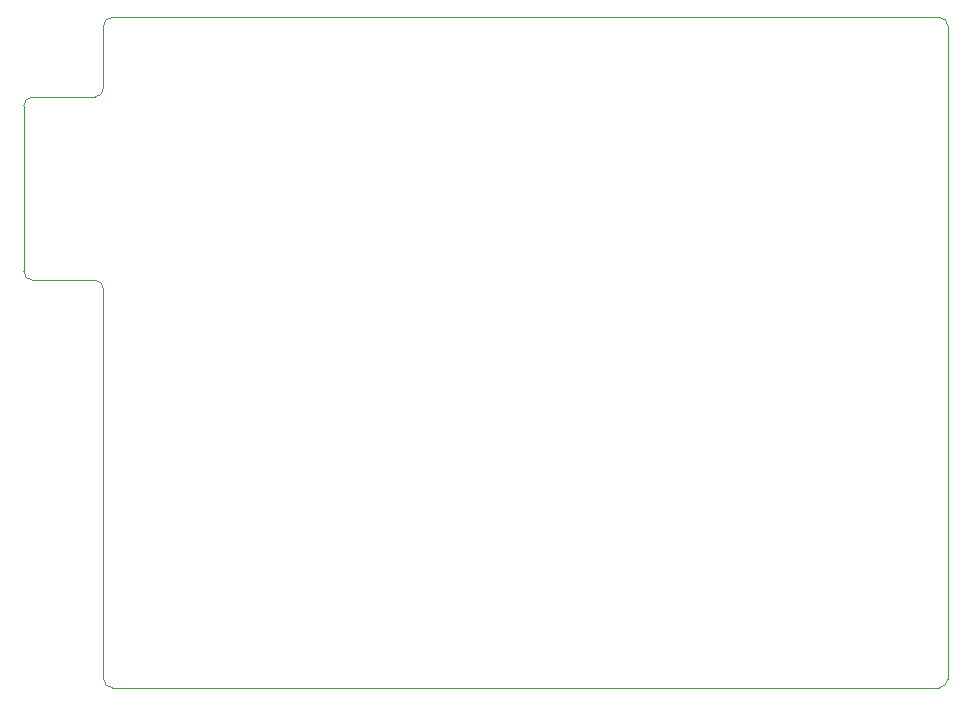
<source format=gbr>
G04 (created by PCBNEW (2013-07-07 BZR 4022)-stable) date 8/5/2019 09:37:44*
%MOIN*%
G04 Gerber Fmt 3.4, Leading zero omitted, Abs format*
%FSLAX34Y34*%
G01*
G70*
G90*
G04 APERTURE LIST*
%ADD10C,0.00590551*%
%ADD11C,0.00393701*%
G04 APERTURE END LIST*
G54D10*
G54D11*
X24409Y-24212D02*
X24409Y-37204D01*
X24409Y-17519D02*
X24409Y-15452D01*
X22047Y-23917D02*
X24114Y-23917D01*
X21751Y-18110D02*
X21751Y-23622D01*
X24114Y-17814D02*
X22047Y-17814D01*
X22047Y-17814D02*
G75*
G03X21751Y-18110I0J-295D01*
G74*
G01*
X21751Y-23622D02*
G75*
G03X22047Y-23917I295J0D01*
G74*
G01*
X24409Y-24212D02*
G75*
G03X24114Y-23917I-295J0D01*
G74*
G01*
X24114Y-17814D02*
G75*
G03X24409Y-17519I0J295D01*
G74*
G01*
X24704Y-37500D02*
X52263Y-37500D01*
X24704Y-15157D02*
X52263Y-15157D01*
X52559Y-15452D02*
X52559Y-37204D01*
X24704Y-15157D02*
G75*
G03X24409Y-15452I0J-295D01*
G74*
G01*
X24409Y-37204D02*
G75*
G03X24704Y-37500I295J0D01*
G74*
G01*
X52263Y-37500D02*
G75*
G03X52559Y-37204I0J295D01*
G74*
G01*
X52559Y-15452D02*
G75*
G03X52263Y-15157I-295J0D01*
G74*
G01*
M02*

</source>
